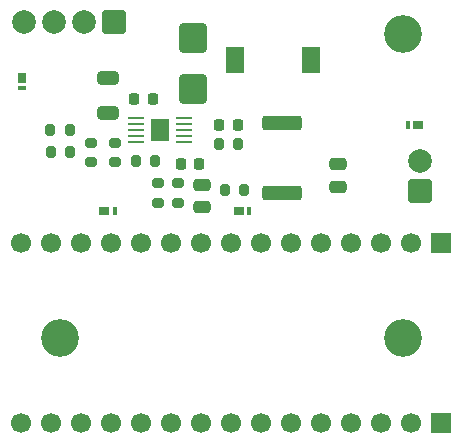
<source format=gbr>
%TF.GenerationSoftware,KiCad,Pcbnew,9.0.7-9.0.7~ubuntu24.04.1*%
%TF.CreationDate,2026-02-02T03:22:15+01:00*%
%TF.ProjectId,LaserDriver,4c617365-7244-4726-9976-65722e6b6963,rev?*%
%TF.SameCoordinates,Original*%
%TF.FileFunction,Soldermask,Top*%
%TF.FilePolarity,Negative*%
%FSLAX46Y46*%
G04 Gerber Fmt 4.6, Leading zero omitted, Abs format (unit mm)*
G04 Created by KiCad (PCBNEW 9.0.7-9.0.7~ubuntu24.04.1) date 2026-02-02 03:22:15*
%MOMM*%
%LPD*%
G01*
G04 APERTURE LIST*
G04 Aperture macros list*
%AMRoundRect*
0 Rectangle with rounded corners*
0 $1 Rounding radius*
0 $2 $3 $4 $5 $6 $7 $8 $9 X,Y pos of 4 corners*
0 Add a 4 corners polygon primitive as box body*
4,1,4,$2,$3,$4,$5,$6,$7,$8,$9,$2,$3,0*
0 Add four circle primitives for the rounded corners*
1,1,$1+$1,$2,$3*
1,1,$1+$1,$4,$5*
1,1,$1+$1,$6,$7*
1,1,$1+$1,$8,$9*
0 Add four rect primitives between the rounded corners*
20,1,$1+$1,$2,$3,$4,$5,0*
20,1,$1+$1,$4,$5,$6,$7,0*
20,1,$1+$1,$6,$7,$8,$9,0*
20,1,$1+$1,$8,$9,$2,$3,0*%
G04 Aperture macros list end*
%ADD10RoundRect,0.225000X-0.225000X-0.250000X0.225000X-0.250000X0.225000X0.250000X-0.225000X0.250000X0*%
%ADD11RoundRect,0.075000X0.390000X0.275000X-0.390000X0.275000X-0.390000X-0.275000X0.390000X-0.275000X0*%
%ADD12RoundRect,0.075000X0.075000X0.275000X-0.075000X0.275000X-0.075000X-0.275000X0.075000X-0.275000X0*%
%ADD13C,3.200000*%
%ADD14RoundRect,0.200000X-0.200000X-0.275000X0.200000X-0.275000X0.200000X0.275000X-0.200000X0.275000X0*%
%ADD15RoundRect,0.250000X1.425000X-0.362500X1.425000X0.362500X-1.425000X0.362500X-1.425000X-0.362500X0*%
%ADD16RoundRect,0.075000X-0.390000X-0.275000X0.390000X-0.275000X0.390000X0.275000X-0.390000X0.275000X0*%
%ADD17RoundRect,0.075000X-0.075000X-0.275000X0.075000X-0.275000X0.075000X0.275000X-0.075000X0.275000X0*%
%ADD18RoundRect,0.200000X0.275000X-0.200000X0.275000X0.200000X-0.275000X0.200000X-0.275000X-0.200000X0*%
%ADD19RoundRect,0.250000X0.475000X-0.250000X0.475000X0.250000X-0.475000X0.250000X-0.475000X-0.250000X0*%
%ADD20RoundRect,0.200000X-0.275000X0.200000X-0.275000X-0.200000X0.275000X-0.200000X0.275000X0.200000X0*%
%ADD21RoundRect,0.075000X-0.275000X0.390000X-0.275000X-0.390000X0.275000X-0.390000X0.275000X0.390000X0*%
%ADD22RoundRect,0.075000X-0.275000X0.075000X-0.275000X-0.075000X0.275000X-0.075000X0.275000X0.075000X0*%
%ADD23R,1.500000X2.200000*%
%ADD24RoundRect,0.250000X-0.475000X0.250000X-0.475000X-0.250000X0.475000X-0.250000X0.475000X0.250000X0*%
%ADD25RoundRect,0.250000X0.750000X0.750000X-0.750000X0.750000X-0.750000X-0.750000X0.750000X-0.750000X0*%
%ADD26C,2.000000*%
%ADD27R,1.700000X1.700000*%
%ADD28C,1.700000*%
%ADD29RoundRect,0.250000X0.750000X-0.750000X0.750000X0.750000X-0.750000X0.750000X-0.750000X-0.750000X0*%
%ADD30RoundRect,0.250000X0.900000X-1.000000X0.900000X1.000000X-0.900000X1.000000X-0.900000X-1.000000X0*%
%ADD31RoundRect,0.250000X0.650000X-0.325000X0.650000X0.325000X-0.650000X0.325000X-0.650000X-0.325000X0*%
%ADD32O,1.450000X0.249999*%
%ADD33R,1.569999X1.879999*%
G04 APERTURE END LIST*
D10*
%TO.C,C105*%
X45225000Y-113250000D03*
X46775000Y-113250000D03*
%TD*%
D11*
%TO.C,D102*%
X65285000Y-110000000D03*
D12*
X64400000Y-110000000D03*
%TD*%
D13*
%TO.C,H3*%
X64000000Y-128000000D03*
%TD*%
D14*
%TO.C,R111*%
X34142500Y-110425000D03*
X35792500Y-110425000D03*
%TD*%
D15*
%TO.C,R105*%
X53750000Y-115712500D03*
X53750000Y-109787500D03*
%TD*%
D16*
%TO.C,D103*%
X38715000Y-117250000D03*
D17*
X39600000Y-117250000D03*
%TD*%
D18*
%TO.C,R108*%
X43250000Y-116575000D03*
X43250000Y-114925000D03*
%TD*%
D19*
%TO.C,C106*%
X47000000Y-116950000D03*
X47000000Y-115050000D03*
%TD*%
D20*
%TO.C,R110*%
X39675000Y-111460000D03*
X39675000Y-113110000D03*
%TD*%
D21*
%TO.C,D100*%
X31785000Y-106000000D03*
D22*
X31785000Y-106885000D03*
%TD*%
D20*
%TO.C,R109*%
X37642500Y-111460000D03*
X37642500Y-113110000D03*
%TD*%
D23*
%TO.C,L100*%
X49825000Y-104435000D03*
X56225000Y-104435000D03*
%TD*%
D13*
%TO.C,H1*%
X35000000Y-128000000D03*
%TD*%
D10*
%TO.C,C103*%
X41275000Y-107785000D03*
X42825000Y-107785000D03*
%TD*%
D24*
%TO.C,C104*%
X58500000Y-113300000D03*
X58500000Y-115200000D03*
%TD*%
D18*
%TO.C,R106*%
X45000000Y-116575000D03*
X45000000Y-114925000D03*
%TD*%
D14*
%TO.C,R103*%
X41382500Y-113035000D03*
X43032500Y-113035000D03*
%TD*%
D25*
%TO.C,J100*%
X39540000Y-101250000D03*
D26*
X37000000Y-101250000D03*
X34460000Y-101250000D03*
X31920000Y-101250000D03*
%TD*%
D13*
%TO.C,H2*%
X64000000Y-102250000D03*
%TD*%
D27*
%TO.C,J103*%
X67240000Y-135240000D03*
D28*
X64700000Y-135240000D03*
X62160000Y-135240000D03*
X59620000Y-135240000D03*
X57080000Y-135240000D03*
X54540000Y-135240000D03*
X52000000Y-135240000D03*
X49460000Y-135240000D03*
X46920000Y-135240000D03*
X44380000Y-135240000D03*
X41840000Y-135240000D03*
X39300000Y-135240000D03*
X36760000Y-135240000D03*
X34220000Y-135240000D03*
X31680000Y-135240000D03*
%TD*%
D29*
%TO.C,J101*%
X65467500Y-115525000D03*
D26*
X65467500Y-112985000D03*
%TD*%
D30*
%TO.C,D101*%
X46250000Y-106950000D03*
X46250000Y-102650000D03*
%TD*%
D10*
%TO.C,C102*%
X48475000Y-110000000D03*
X50025000Y-110000000D03*
%TD*%
D31*
%TO.C,C100*%
X39000000Y-108975000D03*
X39000000Y-106025000D03*
%TD*%
D14*
%TO.C,R112*%
X34175000Y-112250000D03*
X35825000Y-112250000D03*
%TD*%
D32*
%TO.C,U100*%
X41417501Y-109384998D03*
X41417501Y-109884997D03*
X41417501Y-110384999D03*
X41417501Y-110884998D03*
X41417501Y-111385000D03*
X45467501Y-111385000D03*
X45467501Y-110884998D03*
X45467501Y-110384999D03*
X45467501Y-109884997D03*
X45467501Y-109384998D03*
D33*
X43442501Y-110384999D03*
%TD*%
D27*
%TO.C,J102*%
X67240000Y-120000000D03*
D28*
X64700000Y-120000000D03*
X62160000Y-120000000D03*
X59620000Y-120000000D03*
X57080000Y-120000000D03*
X54540000Y-120000000D03*
X52000000Y-120000000D03*
X49460000Y-120000000D03*
X46920000Y-120000000D03*
X44380000Y-120000000D03*
X41840000Y-120000000D03*
X39300000Y-120000000D03*
X36760000Y-120000000D03*
X34220000Y-120000000D03*
X31680000Y-120000000D03*
%TD*%
D14*
%TO.C,R104*%
X48425000Y-111625000D03*
X50075000Y-111625000D03*
%TD*%
D16*
%TO.C,D104*%
X50115000Y-117250000D03*
D17*
X51000000Y-117250000D03*
%TD*%
D14*
%TO.C,R107*%
X48925000Y-115500000D03*
X50575000Y-115500000D03*
%TD*%
M02*

</source>
